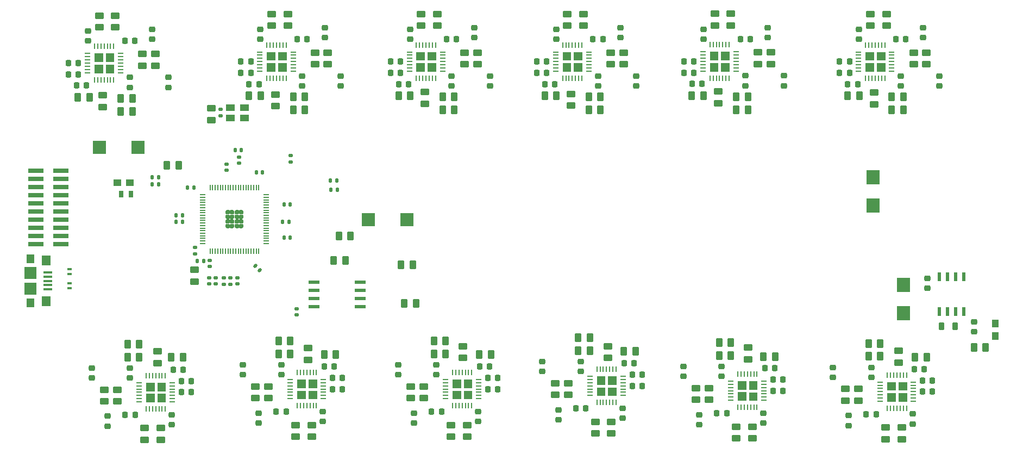
<source format=gtp>
G04 #@! TF.GenerationSoftware,KiCad,Pcbnew,9.0.1*
G04 #@! TF.CreationDate,2025-05-20T14:35:32+01:00*
G04 #@! TF.ProjectId,DST,4453542e-6b69-4636-9164-5f7063625858,rev?*
G04 #@! TF.SameCoordinates,Original*
G04 #@! TF.FileFunction,Paste,Top*
G04 #@! TF.FilePolarity,Positive*
%FSLAX46Y46*%
G04 Gerber Fmt 4.6, Leading zero omitted, Abs format (unit mm)*
G04 Created by KiCad (PCBNEW 9.0.1) date 2025-05-20 14:35:32*
%MOMM*%
%LPD*%
G01*
G04 APERTURE LIST*
G04 Aperture macros list*
%AMRoundRect*
0 Rectangle with rounded corners*
0 $1 Rounding radius*
0 $2 $3 $4 $5 $6 $7 $8 $9 X,Y pos of 4 corners*
0 Add a 4 corners polygon primitive as box body*
4,1,4,$2,$3,$4,$5,$6,$7,$8,$9,$2,$3,0*
0 Add four circle primitives for the rounded corners*
1,1,$1+$1,$2,$3*
1,1,$1+$1,$4,$5*
1,1,$1+$1,$6,$7*
1,1,$1+$1,$8,$9*
0 Add four rect primitives between the rounded corners*
20,1,$1+$1,$2,$3,$4,$5,0*
20,1,$1+$1,$4,$5,$6,$7,0*
20,1,$1+$1,$6,$7,$8,$9,0*
20,1,$1+$1,$8,$9,$2,$3,0*%
%AMFreePoly0*
4,1,19,0.252748,0.308718,0.308718,0.252748,0.329204,0.176292,0.329204,-0.176292,0.308718,-0.252748,0.252748,-0.308718,0.176292,-0.329204,-0.176292,-0.329204,-0.252748,-0.308718,-0.308718,-0.252748,-0.329204,-0.176292,-0.329204,0.049616,-0.308718,0.126072,-0.284417,0.157741,-0.157741,0.284417,-0.089193,0.323994,-0.049616,0.329204,0.176292,0.329204,0.252748,0.308718,0.252748,0.308718,
$1*%
%AMFreePoly1*
4,1,19,0.252748,0.308718,0.308718,0.252748,0.329204,0.176292,0.329204,-0.176292,0.308718,-0.252748,0.252748,-0.308718,0.176292,-0.329204,-0.049616,-0.329204,-0.126072,-0.308718,-0.157741,-0.284417,-0.284417,-0.157741,-0.323994,-0.089193,-0.329204,-0.049616,-0.329204,0.176292,-0.308718,0.252748,-0.252748,0.308718,-0.176292,0.329204,0.176292,0.329204,0.252748,0.308718,0.252748,0.308718,
$1*%
%AMFreePoly2*
4,1,19,0.126072,0.308718,0.157741,0.284417,0.284417,0.157741,0.323994,0.089193,0.329204,0.049616,0.329204,-0.176292,0.308718,-0.252748,0.252748,-0.308718,0.176292,-0.329204,-0.176292,-0.329204,-0.252748,-0.308718,-0.308718,-0.252748,-0.329204,-0.176292,-0.329204,0.176292,-0.308718,0.252748,-0.252748,0.308718,-0.176292,0.329204,0.049616,0.329204,0.126072,0.308718,0.126072,0.308718,
$1*%
%AMFreePoly3*
4,1,19,0.252748,0.308718,0.308718,0.252748,0.329204,0.176292,0.329204,-0.049616,0.308718,-0.126072,0.284417,-0.157741,0.157741,-0.284417,0.089193,-0.323994,0.049616,-0.329204,-0.176292,-0.329204,-0.252748,-0.308718,-0.308718,-0.252748,-0.329204,-0.176292,-0.329204,0.176292,-0.308718,0.252748,-0.252748,0.308718,-0.176292,0.329204,0.176292,0.329204,0.252748,0.308718,0.252748,0.308718,
$1*%
G04 Aperture macros list end*
%ADD10C,0.010000*%
%ADD11RoundRect,0.225000X-0.250000X0.225000X-0.250000X-0.225000X0.250000X-0.225000X0.250000X0.225000X0*%
%ADD12RoundRect,0.250000X0.450000X-0.262500X0.450000X0.262500X-0.450000X0.262500X-0.450000X-0.262500X0*%
%ADD13RoundRect,0.250000X-0.450000X0.262500X-0.450000X-0.262500X0.450000X-0.262500X0.450000X0.262500X0*%
%ADD14RoundRect,0.250000X0.262500X0.450000X-0.262500X0.450000X-0.262500X-0.450000X0.262500X-0.450000X0*%
%ADD15RoundRect,0.140000X0.140000X0.170000X-0.140000X0.170000X-0.140000X-0.170000X0.140000X-0.170000X0*%
%ADD16R,0.900000X0.254000*%
%ADD17R,0.254000X0.900000*%
%ADD18RoundRect,0.135000X-0.185000X0.135000X-0.185000X-0.135000X0.185000X-0.135000X0.185000X0.135000X0*%
%ADD19RoundRect,0.225000X0.225000X0.250000X-0.225000X0.250000X-0.225000X-0.250000X0.225000X-0.250000X0*%
%ADD20RoundRect,0.225000X0.250000X-0.225000X0.250000X0.225000X-0.250000X0.225000X-0.250000X-0.225000X0*%
%ADD21R,2.150000X2.200000*%
%ADD22RoundRect,0.225000X-0.225000X-0.250000X0.225000X-0.250000X0.225000X0.250000X-0.225000X0.250000X0*%
%ADD23FreePoly0,180.000000*%
%ADD24FreePoly1,180.000000*%
%ADD25FreePoly2,180.000000*%
%ADD26FreePoly3,180.000000*%
%ADD27RoundRect,0.050000X0.350000X0.050000X-0.350000X0.050000X-0.350000X-0.050000X0.350000X-0.050000X0*%
%ADD28RoundRect,0.050000X0.050000X0.350000X-0.050000X0.350000X-0.050000X-0.350000X0.050000X-0.350000X0*%
%ADD29RoundRect,0.140000X-0.170000X0.140000X-0.170000X-0.140000X0.170000X-0.140000X0.170000X0.140000X0*%
%ADD30RoundRect,0.250000X-0.262500X-0.450000X0.262500X-0.450000X0.262500X0.450000X-0.262500X0.450000X0*%
%ADD31RoundRect,0.140000X0.170000X-0.140000X0.170000X0.140000X-0.170000X0.140000X-0.170000X-0.140000X0*%
%ADD32RoundRect,0.218750X-0.218750X-0.381250X0.218750X-0.381250X0.218750X0.381250X-0.218750X0.381250X0*%
%ADD33RoundRect,0.140000X-0.140000X-0.170000X0.140000X-0.170000X0.140000X0.170000X-0.140000X0.170000X0*%
%ADD34R,1.200000X1.050000*%
%ADD35RoundRect,0.135000X-0.135000X-0.185000X0.135000X-0.185000X0.135000X0.185000X-0.135000X0.185000X0*%
%ADD36RoundRect,0.072500X0.732500X0.217500X-0.732500X0.217500X-0.732500X-0.217500X0.732500X-0.217500X0*%
%ADD37RoundRect,0.135000X0.135000X0.185000X-0.135000X0.185000X-0.135000X-0.185000X0.135000X-0.185000X0*%
%ADD38R,2.000000X2.000000*%
%ADD39R,1.400000X1.100000*%
%ADD40R,0.700000X0.400000*%
%ADD41R,1.050000X1.200000*%
%ADD42RoundRect,0.140000X0.219203X0.021213X0.021213X0.219203X-0.219203X-0.021213X-0.021213X-0.219203X0*%
%ADD43RoundRect,0.147500X0.172500X-0.147500X0.172500X0.147500X-0.172500X0.147500X-0.172500X-0.147500X0*%
%ADD44R,2.400000X0.760000*%
%ADD45R,1.350000X0.400000*%
%ADD46R,1.400000X1.600000*%
%ADD47R,1.300000X1.450000*%
%ADD48R,1.900000X1.900000*%
%ADD49R,0.800000X1.000000*%
%ADD50R,0.600000X1.400000*%
%ADD51RoundRect,0.135000X0.185000X-0.135000X0.185000X0.135000X-0.185000X0.135000X-0.185000X-0.135000X0*%
G04 APERTURE END LIST*
D10*
G04 #@! TO.C,U10*
X227115000Y-66252620D02*
X225862380Y-66252620D01*
X225862380Y-65000000D01*
X227115000Y-65000000D01*
X227115000Y-66252620D01*
G36*
X227115000Y-66252620D02*
G01*
X225862380Y-66252620D01*
X225862380Y-65000000D01*
X227115000Y-65000000D01*
X227115000Y-66252620D01*
G37*
X227115000Y-64499577D02*
X225862460Y-64499577D01*
X225862460Y-63250000D01*
X227115000Y-63250000D01*
X227115000Y-64499577D01*
G36*
X227115000Y-64499577D02*
G01*
X225862460Y-64499577D01*
X225862460Y-63250000D01*
X227115000Y-63250000D01*
X227115000Y-64499577D01*
G37*
X228865000Y-66250400D02*
X227615067Y-66250400D01*
X227615067Y-65000000D01*
X228865000Y-65000000D01*
X228865000Y-66250400D01*
G36*
X228865000Y-66250400D02*
G01*
X227615067Y-66250400D01*
X227615067Y-65000000D01*
X228865000Y-65000000D01*
X228865000Y-66250400D01*
G37*
X228865000Y-64499822D02*
X227615178Y-64499822D01*
X227615178Y-63250000D01*
X228865000Y-63250000D01*
X228865000Y-64499822D01*
G36*
X228865000Y-64499822D02*
G01*
X227615178Y-64499822D01*
X227615178Y-63250000D01*
X228865000Y-63250000D01*
X228865000Y-64499822D01*
G37*
G04 #@! TO.C,U13*
X157115000Y-66252620D02*
X155862380Y-66252620D01*
X155862380Y-65000000D01*
X157115000Y-65000000D01*
X157115000Y-66252620D01*
G36*
X157115000Y-66252620D02*
G01*
X155862380Y-66252620D01*
X155862380Y-65000000D01*
X157115000Y-65000000D01*
X157115000Y-66252620D01*
G37*
X157115000Y-64499577D02*
X155862460Y-64499577D01*
X155862460Y-63250000D01*
X157115000Y-63250000D01*
X157115000Y-64499577D01*
G36*
X157115000Y-64499577D02*
G01*
X155862460Y-64499577D01*
X155862460Y-63250000D01*
X157115000Y-63250000D01*
X157115000Y-64499577D01*
G37*
X158865000Y-66250400D02*
X157615067Y-66250400D01*
X157615067Y-65000000D01*
X158865000Y-65000000D01*
X158865000Y-66250400D01*
G36*
X158865000Y-66250400D02*
G01*
X157615067Y-66250400D01*
X157615067Y-65000000D01*
X158865000Y-65000000D01*
X158865000Y-66250400D01*
G37*
X158865000Y-64499822D02*
X157615178Y-64499822D01*
X157615178Y-63250000D01*
X158865000Y-63250000D01*
X158865000Y-64499822D01*
G36*
X158865000Y-64499822D02*
G01*
X157615178Y-64499822D01*
X157615178Y-63250000D01*
X158865000Y-63250000D01*
X158865000Y-64499822D01*
G37*
G04 #@! TO.C,U12*
X179910000Y-66252620D02*
X178657380Y-66252620D01*
X178657380Y-65000000D01*
X179910000Y-65000000D01*
X179910000Y-66252620D01*
G36*
X179910000Y-66252620D02*
G01*
X178657380Y-66252620D01*
X178657380Y-65000000D01*
X179910000Y-65000000D01*
X179910000Y-66252620D01*
G37*
X179910000Y-64499577D02*
X178657460Y-64499577D01*
X178657460Y-63250000D01*
X179910000Y-63250000D01*
X179910000Y-64499577D01*
G36*
X179910000Y-64499577D02*
G01*
X178657460Y-64499577D01*
X178657460Y-63250000D01*
X179910000Y-63250000D01*
X179910000Y-64499577D01*
G37*
X181660000Y-66250400D02*
X180410067Y-66250400D01*
X180410067Y-65000000D01*
X181660000Y-65000000D01*
X181660000Y-66250400D01*
G36*
X181660000Y-66250400D02*
G01*
X180410067Y-66250400D01*
X180410067Y-65000000D01*
X181660000Y-65000000D01*
X181660000Y-66250400D01*
G37*
X181660000Y-64499822D02*
X180410178Y-64499822D01*
X180410178Y-63250000D01*
X181660000Y-63250000D01*
X181660000Y-64499822D01*
G36*
X181660000Y-64499822D02*
G01*
X180410178Y-64499822D01*
X180410178Y-63250000D01*
X181660000Y-63250000D01*
X181660000Y-64499822D01*
G37*
G04 #@! TO.C,U9*
X230499822Y-117651000D02*
X229250000Y-117651000D01*
X229250000Y-116401178D01*
X230499822Y-116401178D01*
X230499822Y-117651000D01*
G36*
X230499822Y-117651000D02*
G01*
X229250000Y-117651000D01*
X229250000Y-116401178D01*
X230499822Y-116401178D01*
X230499822Y-117651000D01*
G37*
X230499933Y-115901000D02*
X229250000Y-115901000D01*
X229250000Y-114650600D01*
X230499933Y-114650600D01*
X230499933Y-115901000D01*
G36*
X230499933Y-115901000D02*
G01*
X229250000Y-115901000D01*
X229250000Y-114650600D01*
X230499933Y-114650600D01*
X230499933Y-115901000D01*
G37*
X232252540Y-117651000D02*
X231000000Y-117651000D01*
X231000000Y-116401423D01*
X232252540Y-116401423D01*
X232252540Y-117651000D01*
G36*
X232252540Y-117651000D02*
G01*
X231000000Y-117651000D01*
X231000000Y-116401423D01*
X232252540Y-116401423D01*
X232252540Y-117651000D01*
G37*
X232252620Y-115901000D02*
X231000000Y-115901000D01*
X231000000Y-114648380D01*
X232252620Y-114648380D01*
X232252620Y-115901000D01*
G36*
X232252620Y-115901000D02*
G01*
X231000000Y-115901000D01*
X231000000Y-114648380D01*
X232252620Y-114648380D01*
X232252620Y-115901000D01*
G37*
G04 #@! TO.C,U14*
X133820000Y-66252620D02*
X132567380Y-66252620D01*
X132567380Y-65000000D01*
X133820000Y-65000000D01*
X133820000Y-66252620D01*
G36*
X133820000Y-66252620D02*
G01*
X132567380Y-66252620D01*
X132567380Y-65000000D01*
X133820000Y-65000000D01*
X133820000Y-66252620D01*
G37*
X133820000Y-64499577D02*
X132567460Y-64499577D01*
X132567460Y-63250000D01*
X133820000Y-63250000D01*
X133820000Y-64499577D01*
G36*
X133820000Y-64499577D02*
G01*
X132567460Y-64499577D01*
X132567460Y-63250000D01*
X133820000Y-63250000D01*
X133820000Y-64499577D01*
G37*
X135570000Y-66250400D02*
X134320067Y-66250400D01*
X134320067Y-65000000D01*
X135570000Y-65000000D01*
X135570000Y-66250400D01*
G36*
X135570000Y-66250400D02*
G01*
X134320067Y-66250400D01*
X134320067Y-65000000D01*
X135570000Y-65000000D01*
X135570000Y-66250400D01*
G37*
X135570000Y-64499822D02*
X134320178Y-64499822D01*
X134320178Y-63250000D01*
X135570000Y-63250000D01*
X135570000Y-64499822D01*
G36*
X135570000Y-64499822D02*
G01*
X134320178Y-64499822D01*
X134320178Y-63250000D01*
X135570000Y-63250000D01*
X135570000Y-64499822D01*
G37*
G04 #@! TO.C,U8*
X207204822Y-117500000D02*
X205955000Y-117500000D01*
X205955000Y-116250178D01*
X207204822Y-116250178D01*
X207204822Y-117500000D01*
G36*
X207204822Y-117500000D02*
G01*
X205955000Y-117500000D01*
X205955000Y-116250178D01*
X207204822Y-116250178D01*
X207204822Y-117500000D01*
G37*
X207204933Y-115750000D02*
X205955000Y-115750000D01*
X205955000Y-114499600D01*
X207204933Y-114499600D01*
X207204933Y-115750000D01*
G36*
X207204933Y-115750000D02*
G01*
X205955000Y-115750000D01*
X205955000Y-114499600D01*
X207204933Y-114499600D01*
X207204933Y-115750000D01*
G37*
X208957540Y-117500000D02*
X207705000Y-117500000D01*
X207705000Y-116250423D01*
X208957540Y-116250423D01*
X208957540Y-117500000D01*
G36*
X208957540Y-117500000D02*
G01*
X207705000Y-117500000D01*
X207705000Y-116250423D01*
X208957540Y-116250423D01*
X208957540Y-117500000D01*
G37*
X208957620Y-115750000D02*
X207705000Y-115750000D01*
X207705000Y-114497380D01*
X208957620Y-114497380D01*
X208957620Y-115750000D01*
G36*
X208957620Y-115750000D02*
G01*
X207705000Y-115750000D01*
X207705000Y-114497380D01*
X208957620Y-114497380D01*
X208957620Y-115750000D01*
G37*
G04 #@! TO.C,U5*
X138544822Y-117250000D02*
X137295000Y-117250000D01*
X137295000Y-116000178D01*
X138544822Y-116000178D01*
X138544822Y-117250000D01*
G36*
X138544822Y-117250000D02*
G01*
X137295000Y-117250000D01*
X137295000Y-116000178D01*
X138544822Y-116000178D01*
X138544822Y-117250000D01*
G37*
X138544933Y-115500000D02*
X137295000Y-115500000D01*
X137295000Y-114249600D01*
X138544933Y-114249600D01*
X138544933Y-115500000D01*
G36*
X138544933Y-115500000D02*
G01*
X137295000Y-115500000D01*
X137295000Y-114249600D01*
X138544933Y-114249600D01*
X138544933Y-115500000D01*
G37*
X140297540Y-117250000D02*
X139045000Y-117250000D01*
X139045000Y-116000423D01*
X140297540Y-116000423D01*
X140297540Y-117250000D01*
G36*
X140297540Y-117250000D02*
G01*
X139045000Y-117250000D01*
X139045000Y-116000423D01*
X140297540Y-116000423D01*
X140297540Y-117250000D01*
G37*
X140297620Y-115500000D02*
X139045000Y-115500000D01*
X139045000Y-114247380D01*
X140297620Y-114247380D01*
X140297620Y-115500000D01*
G36*
X140297620Y-115500000D02*
G01*
X139045000Y-115500000D01*
X139045000Y-114247380D01*
X140297620Y-114247380D01*
X140297620Y-115500000D01*
G37*
G04 #@! TO.C,U15*
X106950000Y-66492620D02*
X105697380Y-66492620D01*
X105697380Y-65240000D01*
X106950000Y-65240000D01*
X106950000Y-66492620D01*
G36*
X106950000Y-66492620D02*
G01*
X105697380Y-66492620D01*
X105697380Y-65240000D01*
X106950000Y-65240000D01*
X106950000Y-66492620D01*
G37*
X106950000Y-64739577D02*
X105697460Y-64739577D01*
X105697460Y-63490000D01*
X106950000Y-63490000D01*
X106950000Y-64739577D01*
G36*
X106950000Y-64739577D02*
G01*
X105697460Y-64739577D01*
X105697460Y-63490000D01*
X106950000Y-63490000D01*
X106950000Y-64739577D01*
G37*
X108700000Y-66490400D02*
X107450067Y-66490400D01*
X107450067Y-65240000D01*
X108700000Y-65240000D01*
X108700000Y-66490400D01*
G36*
X108700000Y-66490400D02*
G01*
X107450067Y-66490400D01*
X107450067Y-65240000D01*
X108700000Y-65240000D01*
X108700000Y-66490400D01*
G37*
X108700000Y-64739822D02*
X107450178Y-64739822D01*
X107450178Y-63490000D01*
X108700000Y-63490000D01*
X108700000Y-64739822D01*
G36*
X108700000Y-64739822D02*
G01*
X107450178Y-64739822D01*
X107450178Y-63490000D01*
X108700000Y-63490000D01*
X108700000Y-64739822D01*
G37*
G04 #@! TO.C,U7*
X185249822Y-116750000D02*
X184000000Y-116750000D01*
X184000000Y-115500178D01*
X185249822Y-115500178D01*
X185249822Y-116750000D01*
G36*
X185249822Y-116750000D02*
G01*
X184000000Y-116750000D01*
X184000000Y-115500178D01*
X185249822Y-115500178D01*
X185249822Y-116750000D01*
G37*
X185249933Y-115000000D02*
X184000000Y-115000000D01*
X184000000Y-113749600D01*
X185249933Y-113749600D01*
X185249933Y-115000000D01*
G36*
X185249933Y-115000000D02*
G01*
X184000000Y-115000000D01*
X184000000Y-113749600D01*
X185249933Y-113749600D01*
X185249933Y-115000000D01*
G37*
X187002540Y-116750000D02*
X185750000Y-116750000D01*
X185750000Y-115500423D01*
X187002540Y-115500423D01*
X187002540Y-116750000D01*
G36*
X187002540Y-116750000D02*
G01*
X185750000Y-116750000D01*
X185750000Y-115500423D01*
X187002540Y-115500423D01*
X187002540Y-116750000D01*
G37*
X187002620Y-115000000D02*
X185750000Y-115000000D01*
X185750000Y-113747380D01*
X187002620Y-113747380D01*
X187002620Y-115000000D01*
G36*
X187002620Y-115000000D02*
G01*
X185750000Y-115000000D01*
X185750000Y-113747380D01*
X187002620Y-113747380D01*
X187002620Y-115000000D01*
G37*
G04 #@! TO.C,U4*
X114999822Y-117750000D02*
X113750000Y-117750000D01*
X113750000Y-116500178D01*
X114999822Y-116500178D01*
X114999822Y-117750000D01*
G36*
X114999822Y-117750000D02*
G01*
X113750000Y-117750000D01*
X113750000Y-116500178D01*
X114999822Y-116500178D01*
X114999822Y-117750000D01*
G37*
X114999933Y-116000000D02*
X113750000Y-116000000D01*
X113750000Y-114749600D01*
X114999933Y-114749600D01*
X114999933Y-116000000D01*
G36*
X114999933Y-116000000D02*
G01*
X113750000Y-116000000D01*
X113750000Y-114749600D01*
X114999933Y-114749600D01*
X114999933Y-116000000D01*
G37*
X116752540Y-117750000D02*
X115500000Y-117750000D01*
X115500000Y-116500423D01*
X116752540Y-116500423D01*
X116752540Y-117750000D01*
G36*
X116752540Y-117750000D02*
G01*
X115500000Y-117750000D01*
X115500000Y-116500423D01*
X116752540Y-116500423D01*
X116752540Y-117750000D01*
G37*
X116752620Y-116000000D02*
X115500000Y-116000000D01*
X115500000Y-114747380D01*
X116752620Y-114747380D01*
X116752620Y-116000000D01*
G36*
X116752620Y-116000000D02*
G01*
X115500000Y-116000000D01*
X115500000Y-114747380D01*
X116752620Y-114747380D01*
X116752620Y-116000000D01*
G37*
G04 #@! TO.C,U11*
X202865000Y-66227620D02*
X201612380Y-66227620D01*
X201612380Y-64975000D01*
X202865000Y-64975000D01*
X202865000Y-66227620D01*
G36*
X202865000Y-66227620D02*
G01*
X201612380Y-66227620D01*
X201612380Y-64975000D01*
X202865000Y-64975000D01*
X202865000Y-66227620D01*
G37*
X202865000Y-64474577D02*
X201612460Y-64474577D01*
X201612460Y-63225000D01*
X202865000Y-63225000D01*
X202865000Y-64474577D01*
G36*
X202865000Y-64474577D02*
G01*
X201612460Y-64474577D01*
X201612460Y-63225000D01*
X202865000Y-63225000D01*
X202865000Y-64474577D01*
G37*
X204615000Y-66225400D02*
X203365067Y-66225400D01*
X203365067Y-64975000D01*
X204615000Y-64975000D01*
X204615000Y-66225400D01*
G36*
X204615000Y-66225400D02*
G01*
X203365067Y-66225400D01*
X203365067Y-64975000D01*
X204615000Y-64975000D01*
X204615000Y-66225400D01*
G37*
X204615000Y-64474822D02*
X203365178Y-64474822D01*
X203365178Y-63225000D01*
X204615000Y-63225000D01*
X204615000Y-64474822D01*
G36*
X204615000Y-64474822D02*
G01*
X203365178Y-64474822D01*
X203365178Y-63225000D01*
X204615000Y-63225000D01*
X204615000Y-64474822D01*
G37*
G04 #@! TO.C,U6*
X162749822Y-117250000D02*
X161500000Y-117250000D01*
X161500000Y-116000178D01*
X162749822Y-116000178D01*
X162749822Y-117250000D01*
G36*
X162749822Y-117250000D02*
G01*
X161500000Y-117250000D01*
X161500000Y-116000178D01*
X162749822Y-116000178D01*
X162749822Y-117250000D01*
G37*
X162749933Y-115500000D02*
X161500000Y-115500000D01*
X161500000Y-114249600D01*
X162749933Y-114249600D01*
X162749933Y-115500000D01*
G36*
X162749933Y-115500000D02*
G01*
X161500000Y-115500000D01*
X161500000Y-114249600D01*
X162749933Y-114249600D01*
X162749933Y-115500000D01*
G37*
X164502540Y-117250000D02*
X163250000Y-117250000D01*
X163250000Y-116000423D01*
X164502540Y-116000423D01*
X164502540Y-117250000D01*
G36*
X164502540Y-117250000D02*
G01*
X163250000Y-117250000D01*
X163250000Y-116000423D01*
X164502540Y-116000423D01*
X164502540Y-117250000D01*
G37*
X164502620Y-115500000D02*
X163250000Y-115500000D01*
X163250000Y-114247380D01*
X164502620Y-114247380D01*
X164502620Y-115500000D01*
G36*
X164502620Y-115500000D02*
G01*
X163250000Y-115500000D01*
X163250000Y-114247380D01*
X164502620Y-114247380D01*
X164502620Y-115500000D01*
G37*
G04 #@! TD*
D11*
G04 #@! TO.C,C67*
X210615000Y-59450000D03*
X210615000Y-61000000D03*
G04 #@! TD*
D12*
G04 #@! TO.C,R54*
X227200000Y-71412500D03*
X227200000Y-69587500D03*
G04 #@! TD*
D13*
G04 #@! TO.C,R112*
X115200000Y-63577500D03*
X115200000Y-65402500D03*
G04 #@! TD*
G04 #@! TO.C,R55*
X226615000Y-57337500D03*
X226615000Y-59162500D03*
G04 #@! TD*
G04 #@! TO.C,R96*
X165365000Y-63337500D03*
X165365000Y-65162500D03*
G04 #@! TD*
D14*
G04 #@! TO.C,R58*
X111612500Y-72490000D03*
X109787500Y-72490000D03*
G04 #@! TD*
D15*
G04 #@! TO.C,C107*
X131880000Y-82000000D03*
X130920000Y-82000000D03*
G04 #@! TD*
D14*
G04 #@! TO.C,R86*
X190000000Y-109900000D03*
X188175000Y-109900000D03*
G04 #@! TD*
D11*
G04 #@! TO.C,C6*
X117750000Y-119725000D03*
X117750000Y-121275000D03*
G04 #@! TD*
D16*
G04 #@! TO.C,U10*
X224775000Y-63250000D03*
X224775000Y-63750000D03*
X224775000Y-64250000D03*
X224775000Y-64750000D03*
X224775000Y-65250000D03*
X224775000Y-65750000D03*
X224775000Y-66250000D03*
D17*
X225865000Y-67340000D03*
X226365000Y-67340000D03*
X226865000Y-67340000D03*
X227365000Y-67340000D03*
X227865000Y-67340000D03*
X228365000Y-67340000D03*
X228865000Y-67340000D03*
D16*
X229955000Y-66250000D03*
X229955000Y-65750000D03*
X229955000Y-65250000D03*
X229955000Y-64750000D03*
X229955000Y-64250000D03*
X229955000Y-63750000D03*
X229955000Y-63250000D03*
D17*
X228865000Y-62160000D03*
X228365000Y-62160000D03*
X227865000Y-62160000D03*
X227365000Y-62160000D03*
X226865000Y-62160000D03*
X226365000Y-62160000D03*
X225865000Y-62160000D03*
G04 #@! TD*
D18*
G04 #@! TO.C,R67*
X126900000Y-98390000D03*
X126900000Y-99410000D03*
G04 #@! TD*
D19*
G04 #@! TO.C,C79*
X154640000Y-68250000D03*
X153090000Y-68250000D03*
G04 #@! TD*
D12*
G04 #@! TO.C,R52*
X222750000Y-117563500D03*
X222750000Y-115738500D03*
G04 #@! TD*
D13*
G04 #@! TO.C,R10*
X109250000Y-115837500D03*
X109250000Y-117662500D03*
G04 #@! TD*
D20*
G04 #@! TO.C,C26*
X153000000Y-113525000D03*
X153000000Y-111975000D03*
G04 #@! TD*
D19*
G04 #@! TO.C,C17*
X135570000Y-119250000D03*
X134020000Y-119250000D03*
G04 #@! TD*
D20*
G04 #@! TO.C,C11*
X105250000Y-114025000D03*
X105250000Y-112475000D03*
G04 #@! TD*
D16*
G04 #@! TO.C,U13*
X154775000Y-63250000D03*
X154775000Y-63750000D03*
X154775000Y-64250000D03*
X154775000Y-64750000D03*
X154775000Y-65250000D03*
X154775000Y-65750000D03*
X154775000Y-66250000D03*
D17*
X155865000Y-67340000D03*
X156365000Y-67340000D03*
X156865000Y-67340000D03*
X157365000Y-67340000D03*
X157865000Y-67340000D03*
X158365000Y-67340000D03*
X158865000Y-67340000D03*
D16*
X159955000Y-66250000D03*
X159955000Y-65750000D03*
X159955000Y-65250000D03*
X159955000Y-64750000D03*
X159955000Y-64250000D03*
X159955000Y-63750000D03*
X159955000Y-63250000D03*
D17*
X158865000Y-62160000D03*
X158365000Y-62160000D03*
X157865000Y-62160000D03*
X157365000Y-62160000D03*
X156865000Y-62160000D03*
X156365000Y-62160000D03*
X155865000Y-62160000D03*
G04 #@! TD*
D21*
G04 #@! TO.C,D1*
X231750000Y-103950000D03*
X231750000Y-99550000D03*
G04 #@! TD*
D20*
G04 #@! TO.C,C19*
X131295000Y-121025000D03*
X131295000Y-119475000D03*
G04 #@! TD*
D11*
G04 #@! TO.C,C98*
X117200000Y-67215000D03*
X117200000Y-68765000D03*
G04 #@! TD*
D22*
G04 #@! TO.C,C73*
X183385000Y-61250000D03*
X184935000Y-61250000D03*
G04 #@! TD*
D23*
G04 #@! TO.C,U1*
X128600000Y-90375000D03*
D24*
X128600000Y-89650000D03*
D23*
X128600000Y-88925000D03*
D24*
X128600000Y-88200000D03*
D25*
X127875000Y-90375000D03*
D26*
X127875000Y-89650000D03*
D25*
X127875000Y-88925000D03*
D26*
X127875000Y-88200000D03*
D23*
X127150000Y-90375000D03*
D24*
X127150000Y-89650000D03*
D23*
X127150000Y-88925000D03*
D24*
X127150000Y-88200000D03*
D25*
X126425000Y-90375000D03*
D26*
X126425000Y-89650000D03*
D25*
X126425000Y-88925000D03*
D26*
X126425000Y-88200000D03*
D27*
X132462500Y-93087500D03*
X132462500Y-92687500D03*
X132462500Y-92287500D03*
X132462500Y-91887500D03*
X132462500Y-91487500D03*
X132462500Y-91087500D03*
X132462500Y-90687500D03*
X132462500Y-90287500D03*
X132462500Y-89887500D03*
X132462500Y-89487500D03*
X132462500Y-89087500D03*
X132462500Y-88687500D03*
X132462500Y-88287500D03*
X132462500Y-87887500D03*
X132462500Y-87487500D03*
X132462500Y-87087500D03*
X132462500Y-86687500D03*
X132462500Y-86287500D03*
X132462500Y-85887500D03*
X132462500Y-85487500D03*
D28*
X131312500Y-84337500D03*
X130912500Y-84337500D03*
X130512500Y-84337500D03*
X130112500Y-84337500D03*
X129712500Y-84337500D03*
X129312500Y-84337500D03*
X128912500Y-84337500D03*
X128512500Y-84337500D03*
X128112500Y-84337500D03*
X127712500Y-84337500D03*
X127312500Y-84337500D03*
X126912500Y-84337500D03*
X126512500Y-84337500D03*
X126112500Y-84337500D03*
X125712500Y-84337500D03*
X125312500Y-84337500D03*
X124912500Y-84337500D03*
X124512500Y-84337500D03*
X124112500Y-84337500D03*
X123712500Y-84337500D03*
D27*
X122562500Y-85487500D03*
X122562500Y-85887500D03*
X122562500Y-86287500D03*
X122562500Y-86687500D03*
X122562500Y-87087500D03*
X122562500Y-87487500D03*
X122562500Y-87887500D03*
X122562500Y-88287500D03*
X122562500Y-88687500D03*
X122562500Y-89087500D03*
X122562500Y-89487500D03*
X122562500Y-89887500D03*
X122562500Y-90287500D03*
X122562500Y-90687500D03*
X122562500Y-91087500D03*
X122562500Y-91487500D03*
X122562500Y-91887500D03*
X122562500Y-92287500D03*
X122562500Y-92687500D03*
X122562500Y-93087500D03*
D28*
X123712500Y-94237500D03*
X124112500Y-94237500D03*
X124512500Y-94237500D03*
X124912500Y-94237500D03*
X125312500Y-94237500D03*
X125712500Y-94237500D03*
X126112500Y-94237500D03*
X126512500Y-94237500D03*
X126912500Y-94237500D03*
X127312500Y-94237500D03*
X127712500Y-94237500D03*
X128112500Y-94237500D03*
X128512500Y-94237500D03*
X128912500Y-94237500D03*
X129312500Y-94237500D03*
X129712500Y-94237500D03*
X130112500Y-94237500D03*
X130512500Y-94237500D03*
X130912500Y-94237500D03*
X131312500Y-94237500D03*
G04 #@! TD*
D16*
G04 #@! TO.C,U12*
X177570000Y-63250000D03*
X177570000Y-63750000D03*
X177570000Y-64250000D03*
X177570000Y-64750000D03*
X177570000Y-65250000D03*
X177570000Y-65750000D03*
X177570000Y-66250000D03*
D17*
X178660000Y-67340000D03*
X179160000Y-67340000D03*
X179660000Y-67340000D03*
X180160000Y-67340000D03*
X180660000Y-67340000D03*
X181160000Y-67340000D03*
X181660000Y-67340000D03*
D16*
X182750000Y-66250000D03*
X182750000Y-65750000D03*
X182750000Y-65250000D03*
X182750000Y-64750000D03*
X182750000Y-64250000D03*
X182750000Y-63750000D03*
X182750000Y-63250000D03*
D17*
X181660000Y-62160000D03*
X181160000Y-62160000D03*
X180660000Y-62160000D03*
X180160000Y-62160000D03*
X179660000Y-62160000D03*
X179160000Y-62160000D03*
X178660000Y-62160000D03*
G04 #@! TD*
D29*
G04 #@! TO.C,C3*
X137200000Y-103240000D03*
X137200000Y-104200000D03*
G04 #@! TD*
D12*
G04 #@! TO.C,R25*
X161250000Y-123162500D03*
X161250000Y-121337500D03*
G04 #@! TD*
D14*
G04 #@! TO.C,R92*
X211800000Y-110700000D03*
X209975000Y-110700000D03*
G04 #@! TD*
G04 #@! TO.C,R40*
X231777500Y-72250000D03*
X229952500Y-72250000D03*
G04 #@! TD*
G04 #@! TO.C,R42*
X207527500Y-72225000D03*
X205702500Y-72225000D03*
G04 #@! TD*
G04 #@! TO.C,R56*
X138482500Y-72250000D03*
X136657500Y-72250000D03*
G04 #@! TD*
D19*
G04 #@! TO.C,C76*
X153365000Y-66500000D03*
X151815000Y-66500000D03*
G04 #@! TD*
D30*
G04 #@! TO.C,R102*
X198787500Y-70100000D03*
X200612500Y-70100000D03*
G04 #@! TD*
G04 #@! TO.C,R114*
X129787500Y-70100000D03*
X131612500Y-70100000D03*
G04 #@! TD*
D22*
G04 #@! TO.C,C44*
X234750000Y-114401000D03*
X236300000Y-114401000D03*
G04 #@! TD*
D13*
G04 #@! TO.C,R29*
X157000000Y-115337500D03*
X157000000Y-117162500D03*
G04 #@! TD*
D12*
G04 #@! TO.C,R11*
X107250000Y-117662500D03*
X107250000Y-115837500D03*
G04 #@! TD*
D11*
G04 #@! TO.C,C66*
X213115000Y-66950000D03*
X213115000Y-68500000D03*
G04 #@! TD*
D12*
G04 #@! TO.C,R20*
X130795000Y-117162500D03*
X130795000Y-115337500D03*
G04 #@! TD*
D31*
G04 #@! TO.C,C101*
X128000000Y-99380000D03*
X128000000Y-98420000D03*
G04 #@! TD*
D16*
G04 #@! TO.C,U9*
X233340000Y-117651000D03*
X233340000Y-117151000D03*
X233340000Y-116651000D03*
X233340000Y-116151000D03*
X233340000Y-115651000D03*
X233340000Y-115151000D03*
X233340000Y-114651000D03*
D17*
X232250000Y-113561000D03*
X231750000Y-113561000D03*
X231250000Y-113561000D03*
X230750000Y-113561000D03*
X230250000Y-113561000D03*
X229750000Y-113561000D03*
X229250000Y-113561000D03*
D16*
X228160000Y-114651000D03*
X228160000Y-115151000D03*
X228160000Y-115651000D03*
X228160000Y-116151000D03*
X228160000Y-116651000D03*
X228160000Y-117151000D03*
X228160000Y-117651000D03*
D17*
X229250000Y-118741000D03*
X229750000Y-118741000D03*
X230250000Y-118741000D03*
X230750000Y-118741000D03*
X231250000Y-118741000D03*
X231750000Y-118741000D03*
X232250000Y-118741000D03*
G04 #@! TD*
D11*
G04 #@! TO.C,C59*
X234865000Y-59475000D03*
X234865000Y-61025000D03*
G04 #@! TD*
D32*
G04 #@! TO.C,L2*
X237687500Y-106000000D03*
X239812500Y-106000000D03*
G04 #@! TD*
D29*
G04 #@! TO.C,C111*
X126300000Y-80740000D03*
X126300000Y-81700000D03*
G04 #@! TD*
D16*
G04 #@! TO.C,U14*
X131480000Y-63250000D03*
X131480000Y-63750000D03*
X131480000Y-64250000D03*
X131480000Y-64750000D03*
X131480000Y-65250000D03*
X131480000Y-65750000D03*
X131480000Y-66250000D03*
D17*
X132570000Y-67340000D03*
X133070000Y-67340000D03*
X133570000Y-67340000D03*
X134070000Y-67340000D03*
X134570000Y-67340000D03*
X135070000Y-67340000D03*
X135570000Y-67340000D03*
D16*
X136660000Y-66250000D03*
X136660000Y-65750000D03*
X136660000Y-65250000D03*
X136660000Y-64750000D03*
X136660000Y-64250000D03*
X136660000Y-63750000D03*
X136660000Y-63250000D03*
D17*
X135570000Y-62160000D03*
X135070000Y-62160000D03*
X134570000Y-62160000D03*
X134070000Y-62160000D03*
X133570000Y-62160000D03*
X133070000Y-62160000D03*
X132570000Y-62160000D03*
G04 #@! TD*
D33*
G04 #@! TO.C,C109*
X118440000Y-89700000D03*
X119400000Y-89700000D03*
G04 #@! TD*
D34*
G04 #@! TO.C,LED1*
X111200000Y-83600000D03*
X109300000Y-83600000D03*
G04 #@! TD*
D16*
G04 #@! TO.C,U8*
X210045000Y-117500000D03*
X210045000Y-117000000D03*
X210045000Y-116500000D03*
X210045000Y-116000000D03*
X210045000Y-115500000D03*
X210045000Y-115000000D03*
X210045000Y-114500000D03*
D17*
X208955000Y-113410000D03*
X208455000Y-113410000D03*
X207955000Y-113410000D03*
X207455000Y-113410000D03*
X206955000Y-113410000D03*
X206455000Y-113410000D03*
X205955000Y-113410000D03*
D16*
X204865000Y-114500000D03*
X204865000Y-115000000D03*
X204865000Y-115500000D03*
X204865000Y-116000000D03*
X204865000Y-116500000D03*
X204865000Y-117000000D03*
X204865000Y-117500000D03*
D17*
X205955000Y-118590000D03*
X206455000Y-118590000D03*
X206955000Y-118590000D03*
X207455000Y-118590000D03*
X207955000Y-118590000D03*
X208455000Y-118590000D03*
X208955000Y-118590000D03*
G04 #@! TD*
D19*
G04 #@! TO.C,C55*
X224640000Y-68250000D03*
X223090000Y-68250000D03*
G04 #@! TD*
D13*
G04 #@! TO.C,R22*
X163100000Y-109087500D03*
X163100000Y-110912500D03*
G04 #@! TD*
G04 #@! TO.C,R37*
X179500000Y-114837500D03*
X179500000Y-116662500D03*
G04 #@! TD*
D35*
G04 #@! TO.C,R73*
X142500000Y-84700000D03*
X143520000Y-84700000D03*
G04 #@! TD*
D11*
G04 #@! TO.C,C88*
X138070000Y-66975000D03*
X138070000Y-68525000D03*
G04 #@! TD*
D14*
G04 #@! TO.C,R51*
X228162500Y-110651000D03*
X226337500Y-110651000D03*
G04 #@! TD*
D36*
G04 #@! TO.C,U3*
X147105000Y-102905000D03*
X147105000Y-101635000D03*
X147105000Y-100365000D03*
X147105000Y-99095000D03*
X139895000Y-99095000D03*
X139895000Y-100365000D03*
X139895000Y-101635000D03*
X139895000Y-102905000D03*
G04 #@! TD*
D14*
G04 #@! TO.C,R76*
X155812500Y-102400000D03*
X153987500Y-102400000D03*
G04 #@! TD*
D11*
G04 #@! TO.C,C75*
X187660000Y-59475000D03*
X187660000Y-61025000D03*
G04 #@! TD*
D12*
G04 #@! TO.C,R98*
X133900000Y-71712500D03*
X133900000Y-69887500D03*
G04 #@! TD*
D20*
G04 #@! TO.C,C10*
X111250000Y-114025000D03*
X111250000Y-112475000D03*
G04 #@! TD*
D14*
G04 #@! TO.C,R27*
X160412500Y-110250000D03*
X158587500Y-110250000D03*
G04 #@! TD*
D22*
G04 #@! TO.C,C89*
X137295000Y-61250000D03*
X138845000Y-61250000D03*
G04 #@! TD*
G04 #@! TO.C,C93*
X101650000Y-64990000D03*
X103200000Y-64990000D03*
G04 #@! TD*
G04 #@! TO.C,C97*
X110425000Y-61490000D03*
X111975000Y-61490000D03*
G04 #@! TD*
D37*
G04 #@! TO.C,R80*
X115710000Y-82800000D03*
X114690000Y-82800000D03*
G04 #@! TD*
D19*
G04 #@! TO.C,C25*
X159775000Y-119250000D03*
X158225000Y-119250000D03*
G04 #@! TD*
D20*
G04 #@! TO.C,C35*
X178000000Y-120525000D03*
X178000000Y-118975000D03*
G04 #@! TD*
D19*
G04 #@! TO.C,C63*
X200390000Y-68225000D03*
X198840000Y-68225000D03*
G04 #@! TD*
D22*
G04 #@! TO.C,C12*
X142795000Y-114000000D03*
X144345000Y-114000000D03*
G04 #@! TD*
D20*
G04 #@! TO.C,C34*
X175500000Y-113025000D03*
X175500000Y-111475000D03*
G04 #@! TD*
D30*
G04 #@! TO.C,R77*
X153475000Y-96400000D03*
X155300000Y-96400000D03*
G04 #@! TD*
D22*
G04 #@! TO.C,C61*
X197565000Y-64725000D03*
X199115000Y-64725000D03*
G04 #@! TD*
D38*
G04 #@! TO.C,SW2*
X106500000Y-78100000D03*
X112500000Y-78100000D03*
G04 #@! TD*
D31*
G04 #@! TO.C,C112*
X123600000Y-99380000D03*
X123600000Y-98420000D03*
G04 #@! TD*
D19*
G04 #@! TO.C,C8*
X112025000Y-119750000D03*
X110475000Y-119750000D03*
G04 #@! TD*
G04 #@! TO.C,C52*
X223365000Y-66500000D03*
X221815000Y-66500000D03*
G04 #@! TD*
D12*
G04 #@! TO.C,R17*
X137045000Y-123162500D03*
X137045000Y-121337500D03*
G04 #@! TD*
D33*
G04 #@! TO.C,C103*
X120220000Y-84400000D03*
X121180000Y-84400000D03*
G04 #@! TD*
D19*
G04 #@! TO.C,C49*
X227525000Y-119651000D03*
X225975000Y-119651000D03*
G04 #@! TD*
D22*
G04 #@! TO.C,C1*
X117975000Y-112750000D03*
X119525000Y-112750000D03*
G04 #@! TD*
D20*
G04 #@! TO.C,C43*
X199955000Y-121275000D03*
X199955000Y-119725000D03*
G04 #@! TD*
G04 #@! TO.C,C50*
X220750000Y-113926000D03*
X220750000Y-112376000D03*
G04 #@! TD*
D19*
G04 #@! TO.C,C68*
X176160000Y-66500000D03*
X174610000Y-66500000D03*
G04 #@! TD*
D30*
G04 #@! TO.C,R26*
X181087500Y-107750000D03*
X182912500Y-107750000D03*
G04 #@! TD*
D20*
G04 #@! TO.C,C86*
X131570000Y-61275000D03*
X131570000Y-59725000D03*
G04 #@! TD*
D21*
G04 #@! TO.C,D2*
X227000000Y-87150000D03*
X227000000Y-82750000D03*
G04 #@! TD*
D14*
G04 #@! TO.C,R48*
X184572500Y-72250000D03*
X182747500Y-72250000D03*
G04 #@! TD*
D11*
G04 #@! TO.C,C56*
X231365000Y-66975000D03*
X231365000Y-68525000D03*
G04 #@! TD*
D33*
G04 #@! TO.C,C114*
X121740000Y-95800000D03*
X122700000Y-95800000D03*
G04 #@! TD*
D13*
G04 #@! TO.C,R45*
X201455000Y-115587500D03*
X201455000Y-117412500D03*
G04 #@! TD*
D14*
G04 #@! TO.C,R43*
X204867500Y-110500000D03*
X203042500Y-110500000D03*
G04 #@! TD*
D22*
G04 #@! TO.C,C36*
X211455000Y-114250000D03*
X213005000Y-114250000D03*
G04 #@! TD*
D20*
G04 #@! TO.C,C16*
X134795000Y-113525000D03*
X134795000Y-111975000D03*
G04 #@! TD*
D30*
G04 #@! TO.C,R110*
X153087500Y-70100000D03*
X154912500Y-70100000D03*
G04 #@! TD*
D12*
G04 #@! TO.C,R70*
X121300000Y-99025000D03*
X121300000Y-97200000D03*
G04 #@! TD*
D39*
G04 #@! TO.C,U2*
X129100000Y-73500000D03*
X129100000Y-71900000D03*
X126900000Y-71900000D03*
X126900000Y-73500000D03*
G04 #@! TD*
D31*
G04 #@! TO.C,C113*
X124600000Y-99380000D03*
X124600000Y-98420000D03*
G04 #@! TD*
D40*
G04 #@! TO.C,D3*
X101800000Y-97800000D03*
X101800000Y-97100000D03*
G04 #@! TD*
D13*
G04 #@! TO.C,R72*
X211115000Y-63312500D03*
X211115000Y-65137500D03*
G04 #@! TD*
D20*
G04 #@! TO.C,C116*
X242750000Y-106800000D03*
X242750000Y-105250000D03*
G04 #@! TD*
D41*
G04 #@! TO.C,LED2*
X246100000Y-107450000D03*
X246100000Y-105550000D03*
G04 #@! TD*
D20*
G04 #@! TO.C,C27*
X155500000Y-121025000D03*
X155500000Y-119475000D03*
G04 #@! TD*
D11*
G04 #@! TO.C,C22*
X165500000Y-119225000D03*
X165500000Y-120775000D03*
G04 #@! TD*
D20*
G04 #@! TO.C,C70*
X177660000Y-61275000D03*
X177660000Y-59725000D03*
G04 #@! TD*
D12*
G04 #@! TO.C,R90*
X157200000Y-71325000D03*
X157200000Y-69500000D03*
G04 #@! TD*
D11*
G04 #@! TO.C,C14*
X141295000Y-119225000D03*
X141295000Y-120775000D03*
G04 #@! TD*
D13*
G04 #@! TO.C,R107*
X106450000Y-57577500D03*
X106450000Y-59402500D03*
G04 #@! TD*
D22*
G04 #@! TO.C,C81*
X160590000Y-61250000D03*
X162140000Y-61250000D03*
G04 #@! TD*
D11*
G04 #@! TO.C,C96*
X111200000Y-67215000D03*
X111200000Y-68765000D03*
G04 #@! TD*
D16*
G04 #@! TO.C,U5*
X141385000Y-117250000D03*
X141385000Y-116750000D03*
X141385000Y-116250000D03*
X141385000Y-115750000D03*
X141385000Y-115250000D03*
X141385000Y-114750000D03*
X141385000Y-114250000D03*
D17*
X140295000Y-113160000D03*
X139795000Y-113160000D03*
X139295000Y-113160000D03*
X138795000Y-113160000D03*
X138295000Y-113160000D03*
X137795000Y-113160000D03*
X137295000Y-113160000D03*
D16*
X136205000Y-114250000D03*
X136205000Y-114750000D03*
X136205000Y-115250000D03*
X136205000Y-115750000D03*
X136205000Y-116250000D03*
X136205000Y-116750000D03*
X136205000Y-117250000D03*
D17*
X137295000Y-118340000D03*
X137795000Y-118340000D03*
X138295000Y-118340000D03*
X138795000Y-118340000D03*
X139295000Y-118340000D03*
X139795000Y-118340000D03*
X140295000Y-118340000D03*
G04 #@! TD*
D13*
G04 #@! TO.C,R85*
X181910000Y-57337500D03*
X181910000Y-59162500D03*
G04 #@! TD*
D30*
G04 #@! TO.C,R87*
X182747500Y-70250000D03*
X184572500Y-70250000D03*
G04 #@! TD*
D20*
G04 #@! TO.C,C78*
X154865000Y-61275000D03*
X154865000Y-59725000D03*
G04 #@! TD*
D30*
G04 #@! TO.C,R32*
X203042500Y-108500000D03*
X204867500Y-108500000D03*
G04 #@! TD*
D38*
G04 #@! TO.C,SW1*
X154400000Y-89400000D03*
X148400000Y-89400000D03*
G04 #@! TD*
D12*
G04 #@! TO.C,R89*
X186160000Y-65162500D03*
X186160000Y-63337500D03*
G04 #@! TD*
D20*
G04 #@! TO.C,C40*
X203455000Y-113775000D03*
X203455000Y-112225000D03*
G04 #@! TD*
D13*
G04 #@! TO.C,R101*
X135820000Y-57337500D03*
X135820000Y-59162500D03*
G04 #@! TD*
D16*
G04 #@! TO.C,U15*
X104610000Y-63490000D03*
X104610000Y-63990000D03*
X104610000Y-64490000D03*
X104610000Y-64990000D03*
X104610000Y-65490000D03*
X104610000Y-65990000D03*
X104610000Y-66490000D03*
D17*
X105700000Y-67580000D03*
X106200000Y-67580000D03*
X106700000Y-67580000D03*
X107200000Y-67580000D03*
X107700000Y-67580000D03*
X108200000Y-67580000D03*
X108700000Y-67580000D03*
D16*
X109790000Y-66490000D03*
X109790000Y-65990000D03*
X109790000Y-65490000D03*
X109790000Y-64990000D03*
X109790000Y-64490000D03*
X109790000Y-63990000D03*
X109790000Y-63490000D03*
D17*
X108700000Y-62400000D03*
X108200000Y-62400000D03*
X107700000Y-62400000D03*
X107200000Y-62400000D03*
X106700000Y-62400000D03*
X106200000Y-62400000D03*
X105700000Y-62400000D03*
G04 #@! TD*
D12*
G04 #@! TO.C,R9*
X113500000Y-123662500D03*
X113500000Y-121837500D03*
G04 #@! TD*
D19*
G04 #@! TO.C,C37*
X213005000Y-116000000D03*
X211455000Y-116000000D03*
G04 #@! TD*
D30*
G04 #@! TO.C,R71*
X205702500Y-70225000D03*
X207527500Y-70225000D03*
G04 #@! TD*
D33*
G04 #@! TO.C,C104*
X118440000Y-88700000D03*
X119400000Y-88700000D03*
G04 #@! TD*
D20*
G04 #@! TO.C,C24*
X159000000Y-113525000D03*
X159000000Y-111975000D03*
G04 #@! TD*
D12*
G04 #@! TO.C,R97*
X163365000Y-65162500D03*
X163365000Y-63337500D03*
G04 #@! TD*
D22*
G04 #@! TO.C,C69*
X174610000Y-64750000D03*
X176160000Y-64750000D03*
G04 #@! TD*
D14*
G04 #@! TO.C,R94*
X235412500Y-110800000D03*
X233587500Y-110800000D03*
G04 #@! TD*
D12*
G04 #@! TO.C,R62*
X202900000Y-71212500D03*
X202900000Y-69387500D03*
G04 #@! TD*
D19*
G04 #@! TO.C,C60*
X199115000Y-66475000D03*
X197565000Y-66475000D03*
G04 #@! TD*
D42*
G04 #@! TO.C,C106*
X131478822Y-97278822D03*
X130800000Y-96600000D03*
G04 #@! TD*
D20*
G04 #@! TO.C,C7*
X107750000Y-121525000D03*
X107750000Y-119975000D03*
G04 #@! TD*
D13*
G04 #@! TO.C,R53*
X224750000Y-115738500D03*
X224750000Y-117563500D03*
G04 #@! TD*
D12*
G04 #@! TO.C,R33*
X183750000Y-122662500D03*
X183750000Y-120837500D03*
G04 #@! TD*
D30*
G04 #@! TO.C,R111*
X109787500Y-70490000D03*
X111612500Y-70490000D03*
G04 #@! TD*
D13*
G04 #@! TO.C,R93*
X159115000Y-57337500D03*
X159115000Y-59162500D03*
G04 #@! TD*
D15*
G04 #@! TO.C,C2*
X128580000Y-78500000D03*
X127620000Y-78500000D03*
G04 #@! TD*
D12*
G04 #@! TO.C,R44*
X199455000Y-117412500D03*
X199455000Y-115587500D03*
G04 #@! TD*
D18*
G04 #@! TO.C,R68*
X125900000Y-98400000D03*
X125900000Y-99420000D03*
G04 #@! TD*
D22*
G04 #@! TO.C,C28*
X189500000Y-113500000D03*
X191050000Y-113500000D03*
G04 #@! TD*
D12*
G04 #@! TO.C,R39*
X208205000Y-123412500D03*
X208205000Y-121587500D03*
G04 #@! TD*
D11*
G04 #@! TO.C,C80*
X161365000Y-66975000D03*
X161365000Y-68525000D03*
G04 #@! TD*
D30*
G04 #@! TO.C,R79*
X242750000Y-109250000D03*
X244575000Y-109250000D03*
G04 #@! TD*
D19*
G04 #@! TO.C,C45*
X236300000Y-116151000D03*
X234750000Y-116151000D03*
G04 #@! TD*
D30*
G04 #@! TO.C,R34*
X226337500Y-108651000D03*
X228162500Y-108651000D03*
G04 #@! TD*
D40*
G04 #@! TO.C,D4*
X101800000Y-99300000D03*
X101800000Y-100000000D03*
G04 #@! TD*
D12*
G04 #@! TO.C,R113*
X113200000Y-65402500D03*
X113200000Y-63577500D03*
G04 #@! TD*
D11*
G04 #@! TO.C,C90*
X144070000Y-66975000D03*
X144070000Y-68525000D03*
G04 #@! TD*
D13*
G04 #@! TO.C,R57*
X229115000Y-57337500D03*
X229115000Y-59162500D03*
G04 #@! TD*
D20*
G04 #@! TO.C,C32*
X181500000Y-113025000D03*
X181500000Y-111475000D03*
G04 #@! TD*
D12*
G04 #@! TO.C,R78*
X209115000Y-65137500D03*
X209115000Y-63312500D03*
G04 #@! TD*
D22*
G04 #@! TO.C,C57*
X230590000Y-61250000D03*
X232140000Y-61250000D03*
G04 #@! TD*
D20*
G04 #@! TO.C,C54*
X224865000Y-61275000D03*
X224865000Y-59725000D03*
G04 #@! TD*
D30*
G04 #@! TO.C,R100*
X223100000Y-70100000D03*
X224925000Y-70100000D03*
G04 #@! TD*
D20*
G04 #@! TO.C,C94*
X104700000Y-61515000D03*
X104700000Y-59965000D03*
G04 #@! TD*
D19*
G04 #@! TO.C,C21*
X168550000Y-115750000D03*
X167000000Y-115750000D03*
G04 #@! TD*
D22*
G04 #@! TO.C,C47*
X233475000Y-112651000D03*
X235025000Y-112651000D03*
G04 #@! TD*
D12*
G04 #@! TO.C,R36*
X177500000Y-116662500D03*
X177500000Y-114837500D03*
G04 #@! TD*
D22*
G04 #@! TO.C,C31*
X188225000Y-111750000D03*
X189775000Y-111750000D03*
G04 #@! TD*
D19*
G04 #@! TO.C,C33*
X182275000Y-118750000D03*
X180725000Y-118750000D03*
G04 #@! TD*
D22*
G04 #@! TO.C,C20*
X167000000Y-114000000D03*
X168550000Y-114000000D03*
G04 #@! TD*
D30*
G04 #@! TO.C,R59*
X229952500Y-70250000D03*
X231777500Y-70250000D03*
G04 #@! TD*
D29*
G04 #@! TO.C,C108*
X128200000Y-79620000D03*
X128200000Y-80580000D03*
G04 #@! TD*
D19*
G04 #@! TO.C,C87*
X131345000Y-68250000D03*
X129795000Y-68250000D03*
G04 #@! TD*
D14*
G04 #@! TO.C,R19*
X136207500Y-110250000D03*
X134382500Y-110250000D03*
G04 #@! TD*
G04 #@! TO.C,R6*
X112662500Y-110750000D03*
X110837500Y-110750000D03*
G04 #@! TD*
D11*
G04 #@! TO.C,C46*
X233250000Y-119626000D03*
X233250000Y-121176000D03*
G04 #@! TD*
D19*
G04 #@! TO.C,C5*
X120800000Y-116250000D03*
X119250000Y-116250000D03*
G04 #@! TD*
D15*
G04 #@! TO.C,C102*
X136180000Y-92200000D03*
X135220000Y-92200000D03*
G04 #@! TD*
D12*
G04 #@! TO.C,R8*
X116000000Y-123662500D03*
X116000000Y-121837500D03*
G04 #@! TD*
D11*
G04 #@! TO.C,C72*
X184160000Y-66975000D03*
X184160000Y-68525000D03*
G04 #@! TD*
D30*
G04 #@! TO.C,R108*
X175887500Y-70100000D03*
X177712500Y-70100000D03*
G04 #@! TD*
G04 #@! TO.C,R103*
X136657500Y-70250000D03*
X138482500Y-70250000D03*
G04 #@! TD*
G04 #@! TO.C,R16*
X110837500Y-108750000D03*
X112662500Y-108750000D03*
G04 #@! TD*
D22*
G04 #@! TO.C,C9*
X119250000Y-114500000D03*
X120800000Y-114500000D03*
G04 #@! TD*
D43*
G04 #@! TO.C,L1*
X123700000Y-96685000D03*
X123700000Y-95715000D03*
G04 #@! TD*
D13*
G04 #@! TO.C,R63*
X202365000Y-57312500D03*
X202365000Y-59137500D03*
G04 #@! TD*
D14*
G04 #@! TO.C,R64*
X119512500Y-110800000D03*
X117687500Y-110800000D03*
G04 #@! TD*
D22*
G04 #@! TO.C,C15*
X141520000Y-112250000D03*
X143070000Y-112250000D03*
G04 #@! TD*
D13*
G04 #@! TO.C,R83*
X179410000Y-57337500D03*
X179410000Y-59162500D03*
G04 #@! TD*
D11*
G04 #@! TO.C,C64*
X207115000Y-66950000D03*
X207115000Y-68500000D03*
G04 #@! TD*
D22*
G04 #@! TO.C,C77*
X151815000Y-64750000D03*
X153365000Y-64750000D03*
G04 #@! TD*
D13*
G04 #@! TO.C,R69*
X123902000Y-72012500D03*
X123902000Y-73837500D03*
G04 #@! TD*
D20*
G04 #@! TO.C,C48*
X226750000Y-113926000D03*
X226750000Y-112376000D03*
G04 #@! TD*
D19*
G04 #@! TO.C,C29*
X191050000Y-115250000D03*
X189500000Y-115250000D03*
G04 #@! TD*
D31*
G04 #@! TO.C,C4*
X125377000Y-73180000D03*
X125377000Y-72220000D03*
G04 #@! TD*
D19*
G04 #@! TO.C,C92*
X103200000Y-66740000D03*
X101650000Y-66740000D03*
G04 #@! TD*
D20*
G04 #@! TO.C,C51*
X223250000Y-121426000D03*
X223250000Y-119876000D03*
G04 #@! TD*
D13*
G04 #@! TO.C,R109*
X108950000Y-57577500D03*
X108950000Y-59402500D03*
G04 #@! TD*
D11*
G04 #@! TO.C,C82*
X167365000Y-66975000D03*
X167365000Y-68525000D03*
G04 #@! TD*
D14*
G04 #@! TO.C,R50*
X161777500Y-72250000D03*
X159952500Y-72250000D03*
G04 #@! TD*
D11*
G04 #@! TO.C,C58*
X237365000Y-66975000D03*
X237365000Y-68525000D03*
G04 #@! TD*
D44*
G04 #@! TO.C,J3*
X96600000Y-81772500D03*
X100500000Y-81772500D03*
X96600000Y-83042500D03*
X100500000Y-83042500D03*
X96600000Y-84312500D03*
X100500000Y-84312500D03*
X96600000Y-85582500D03*
X100500000Y-85582500D03*
X96600000Y-86852500D03*
X100500000Y-86852500D03*
X96600000Y-88122500D03*
X100500000Y-88122500D03*
X96600000Y-89392500D03*
X100500000Y-89392500D03*
X96600000Y-90662500D03*
X100500000Y-90662500D03*
X96600000Y-91932500D03*
X100500000Y-91932500D03*
X96600000Y-93202500D03*
X100500000Y-93202500D03*
G04 #@! TD*
D12*
G04 #@! TO.C,R49*
X229000000Y-123563500D03*
X229000000Y-121738500D03*
G04 #@! TD*
D30*
G04 #@! TO.C,R24*
X158587500Y-108250000D03*
X160412500Y-108250000D03*
G04 #@! TD*
D13*
G04 #@! TO.C,R30*
X185700000Y-109087500D03*
X185700000Y-110912500D03*
G04 #@! TD*
D45*
G04 #@! TO.C,J14*
X98400000Y-97600000D03*
X98400000Y-98250000D03*
X98400000Y-98900000D03*
X98400000Y-99550000D03*
X98400000Y-100200000D03*
D46*
X98175000Y-95700000D03*
X98175000Y-102100000D03*
D47*
X95725000Y-102325000D03*
D48*
X95725000Y-100100000D03*
X95725000Y-97700000D03*
D47*
X95725000Y-95475000D03*
G04 #@! TD*
D15*
G04 #@! TO.C,C100*
X136180000Y-87000000D03*
X135220000Y-87000000D03*
G04 #@! TD*
D11*
G04 #@! TO.C,C99*
X114700000Y-59715000D03*
X114700000Y-61265000D03*
G04 #@! TD*
D20*
G04 #@! TO.C,C18*
X128795000Y-113525000D03*
X128795000Y-111975000D03*
G04 #@! TD*
D12*
G04 #@! TO.C,R23*
X163750000Y-123162500D03*
X163750000Y-121337500D03*
G04 #@! TD*
D13*
G04 #@! TO.C,R21*
X132795000Y-115337500D03*
X132795000Y-117162500D03*
G04 #@! TD*
D12*
G04 #@! TO.C,R81*
X180000000Y-71612500D03*
X180000000Y-69787500D03*
G04 #@! TD*
D13*
G04 #@! TO.C,R46*
X231000000Y-109787500D03*
X231000000Y-111612500D03*
G04 #@! TD*
D37*
G04 #@! TO.C,R82*
X115710000Y-83900000D03*
X114690000Y-83900000D03*
G04 #@! TD*
D11*
G04 #@! TO.C,C38*
X209955000Y-119475000D03*
X209955000Y-121025000D03*
G04 #@! TD*
D12*
G04 #@! TO.C,R61*
X233365000Y-65162500D03*
X233365000Y-63337500D03*
G04 #@! TD*
D14*
G04 #@! TO.C,R84*
X167512500Y-110400000D03*
X165687500Y-110400000D03*
G04 #@! TD*
D15*
G04 #@! TO.C,C110*
X135980000Y-89700000D03*
X135020000Y-89700000D03*
G04 #@! TD*
D20*
G04 #@! TO.C,C115*
X235500000Y-100050000D03*
X235500000Y-98500000D03*
G04 #@! TD*
D19*
G04 #@! TO.C,C71*
X177435000Y-68250000D03*
X175885000Y-68250000D03*
G04 #@! TD*
D12*
G04 #@! TO.C,R105*
X140070000Y-65162500D03*
X140070000Y-63337500D03*
G04 #@! TD*
D30*
G04 #@! TO.C,R5*
X116987500Y-80900000D03*
X118812500Y-80900000D03*
G04 #@! TD*
D22*
G04 #@! TO.C,C39*
X210180000Y-112500000D03*
X211730000Y-112500000D03*
G04 #@! TD*
D16*
G04 #@! TO.C,U7*
X188090000Y-116750000D03*
X188090000Y-116250000D03*
X188090000Y-115750000D03*
X188090000Y-115250000D03*
X188090000Y-114750000D03*
X188090000Y-114250000D03*
X188090000Y-113750000D03*
D17*
X187000000Y-112660000D03*
X186500000Y-112660000D03*
X186000000Y-112660000D03*
X185500000Y-112660000D03*
X185000000Y-112660000D03*
X184500000Y-112660000D03*
X184000000Y-112660000D03*
D16*
X182910000Y-113750000D03*
X182910000Y-114250000D03*
X182910000Y-114750000D03*
X182910000Y-115250000D03*
X182910000Y-115750000D03*
X182910000Y-116250000D03*
X182910000Y-116750000D03*
D17*
X184000000Y-117840000D03*
X184500000Y-117840000D03*
X185000000Y-117840000D03*
X185500000Y-117840000D03*
X186000000Y-117840000D03*
X186500000Y-117840000D03*
X187000000Y-117840000D03*
G04 #@! TD*
D13*
G04 #@! TO.C,R65*
X204865000Y-57312500D03*
X204865000Y-59137500D03*
G04 #@! TD*
G04 #@! TO.C,R104*
X142070000Y-63337500D03*
X142070000Y-65162500D03*
G04 #@! TD*
D19*
G04 #@! TO.C,C13*
X144345000Y-115750000D03*
X142795000Y-115750000D03*
G04 #@! TD*
D30*
G04 #@! TO.C,R95*
X159952500Y-70250000D03*
X161777500Y-70250000D03*
G04 #@! TD*
D11*
G04 #@! TO.C,C30*
X188000000Y-118725000D03*
X188000000Y-120275000D03*
G04 #@! TD*
D49*
G04 #@! TO.C,D6*
X111350000Y-85400000D03*
X109850000Y-85400000D03*
G04 #@! TD*
D22*
G04 #@! TO.C,C53*
X221815000Y-64750000D03*
X223365000Y-64750000D03*
G04 #@! TD*
D13*
G04 #@! TO.C,R60*
X235365000Y-63337500D03*
X235365000Y-65162500D03*
G04 #@! TD*
D12*
G04 #@! TO.C,R106*
X107000000Y-71812500D03*
X107000000Y-69987500D03*
G04 #@! TD*
D35*
G04 #@! TO.C,R74*
X142490000Y-83300000D03*
X143510000Y-83300000D03*
G04 #@! TD*
D13*
G04 #@! TO.C,R14*
X139000000Y-109387500D03*
X139000000Y-111212500D03*
G04 #@! TD*
D12*
G04 #@! TO.C,R15*
X139545000Y-123162500D03*
X139545000Y-121337500D03*
G04 #@! TD*
D16*
G04 #@! TO.C,U4*
X117840000Y-117750000D03*
X117840000Y-117250000D03*
X117840000Y-116750000D03*
X117840000Y-116250000D03*
X117840000Y-115750000D03*
X117840000Y-115250000D03*
X117840000Y-114750000D03*
D17*
X116750000Y-113660000D03*
X116250000Y-113660000D03*
X115750000Y-113660000D03*
X115250000Y-113660000D03*
X114750000Y-113660000D03*
X114250000Y-113660000D03*
X113750000Y-113660000D03*
D16*
X112660000Y-114750000D03*
X112660000Y-115250000D03*
X112660000Y-115750000D03*
X112660000Y-116250000D03*
X112660000Y-116750000D03*
X112660000Y-117250000D03*
X112660000Y-117750000D03*
D17*
X113750000Y-118840000D03*
X114250000Y-118840000D03*
X114750000Y-118840000D03*
X115250000Y-118840000D03*
X115750000Y-118840000D03*
X116250000Y-118840000D03*
X116750000Y-118840000D03*
G04 #@! TD*
D31*
G04 #@! TO.C,C105*
X121400000Y-94680000D03*
X121400000Y-93720000D03*
G04 #@! TD*
D12*
G04 #@! TO.C,R28*
X155000000Y-117162500D03*
X155000000Y-115337500D03*
G04 #@! TD*
D14*
G04 #@! TO.C,R35*
X182912500Y-109750000D03*
X181087500Y-109750000D03*
G04 #@! TD*
D50*
G04 #@! TO.C,U16*
X237345000Y-103700000D03*
X238615000Y-103700000D03*
X239885000Y-103700000D03*
X241155000Y-103700000D03*
X241155000Y-98300000D03*
X239885000Y-98300000D03*
X238615000Y-98300000D03*
X237345000Y-98300000D03*
G04 #@! TD*
D14*
G04 #@! TO.C,R4*
X145600000Y-91900000D03*
X143775000Y-91900000D03*
G04 #@! TD*
D12*
G04 #@! TO.C,R41*
X205705000Y-123412500D03*
X205705000Y-121587500D03*
G04 #@! TD*
D13*
G04 #@! TO.C,R91*
X156615000Y-57337500D03*
X156615000Y-59162500D03*
G04 #@! TD*
G04 #@! TO.C,R99*
X133320000Y-57337500D03*
X133320000Y-59162500D03*
G04 #@! TD*
D11*
G04 #@! TO.C,C91*
X141570000Y-59475000D03*
X141570000Y-61025000D03*
G04 #@! TD*
D19*
G04 #@! TO.C,C84*
X130070000Y-66500000D03*
X128520000Y-66500000D03*
G04 #@! TD*
D30*
G04 #@! TO.C,R3*
X142975000Y-95700000D03*
X144800000Y-95700000D03*
G04 #@! TD*
D14*
G04 #@! TO.C,R66*
X143325000Y-110400000D03*
X141500000Y-110400000D03*
G04 #@! TD*
D30*
G04 #@! TO.C,R115*
X103087500Y-70300000D03*
X104912500Y-70300000D03*
G04 #@! TD*
D16*
G04 #@! TO.C,U11*
X200525000Y-63225000D03*
X200525000Y-63725000D03*
X200525000Y-64225000D03*
X200525000Y-64725000D03*
X200525000Y-65225000D03*
X200525000Y-65725000D03*
X200525000Y-66225000D03*
D17*
X201615000Y-67315000D03*
X202115000Y-67315000D03*
X202615000Y-67315000D03*
X203115000Y-67315000D03*
X203615000Y-67315000D03*
X204115000Y-67315000D03*
X204615000Y-67315000D03*
D16*
X205705000Y-66225000D03*
X205705000Y-65725000D03*
X205705000Y-65225000D03*
X205705000Y-64725000D03*
X205705000Y-64225000D03*
X205705000Y-63725000D03*
X205705000Y-63225000D03*
D17*
X204615000Y-62135000D03*
X204115000Y-62135000D03*
X203615000Y-62135000D03*
X203115000Y-62135000D03*
X202615000Y-62135000D03*
X202115000Y-62135000D03*
X201615000Y-62135000D03*
G04 #@! TD*
D20*
G04 #@! TO.C,C62*
X200615000Y-61250000D03*
X200615000Y-59700000D03*
G04 #@! TD*
D22*
G04 #@! TO.C,C65*
X206340000Y-61225000D03*
X207890000Y-61225000D03*
G04 #@! TD*
D12*
G04 #@! TO.C,R47*
X231500000Y-123563500D03*
X231500000Y-121738500D03*
G04 #@! TD*
D11*
G04 #@! TO.C,C74*
X190160000Y-66975000D03*
X190160000Y-68525000D03*
G04 #@! TD*
D22*
G04 #@! TO.C,C85*
X128520000Y-64750000D03*
X130070000Y-64750000D03*
G04 #@! TD*
D13*
G04 #@! TO.C,R13*
X115500000Y-109887500D03*
X115500000Y-111712500D03*
G04 #@! TD*
D19*
G04 #@! TO.C,C41*
X204230000Y-119500000D03*
X202680000Y-119500000D03*
G04 #@! TD*
D13*
G04 #@! TO.C,R38*
X207600000Y-109287500D03*
X207600000Y-111112500D03*
G04 #@! TD*
D22*
G04 #@! TO.C,C23*
X165725000Y-112250000D03*
X167275000Y-112250000D03*
G04 #@! TD*
D30*
G04 #@! TO.C,R18*
X134382500Y-108250000D03*
X136207500Y-108250000D03*
G04 #@! TD*
D20*
G04 #@! TO.C,C42*
X197455000Y-113775000D03*
X197455000Y-112225000D03*
G04 #@! TD*
D11*
G04 #@! TO.C,C83*
X164865000Y-59475000D03*
X164865000Y-61025000D03*
G04 #@! TD*
D16*
G04 #@! TO.C,U6*
X165590000Y-117250000D03*
X165590000Y-116750000D03*
X165590000Y-116250000D03*
X165590000Y-115750000D03*
X165590000Y-115250000D03*
X165590000Y-114750000D03*
X165590000Y-114250000D03*
D17*
X164500000Y-113160000D03*
X164000000Y-113160000D03*
X163500000Y-113160000D03*
X163000000Y-113160000D03*
X162500000Y-113160000D03*
X162000000Y-113160000D03*
X161500000Y-113160000D03*
D16*
X160410000Y-114250000D03*
X160410000Y-114750000D03*
X160410000Y-115250000D03*
X160410000Y-115750000D03*
X160410000Y-116250000D03*
X160410000Y-116750000D03*
X160410000Y-117250000D03*
D17*
X161500000Y-118340000D03*
X162000000Y-118340000D03*
X162500000Y-118340000D03*
X163000000Y-118340000D03*
X163500000Y-118340000D03*
X164000000Y-118340000D03*
X164500000Y-118340000D03*
G04 #@! TD*
D12*
G04 #@! TO.C,R31*
X186250000Y-122662500D03*
X186250000Y-120837500D03*
G04 #@! TD*
D13*
G04 #@! TO.C,R88*
X188160000Y-63337500D03*
X188160000Y-65162500D03*
G04 #@! TD*
D51*
G04 #@! TO.C,R75*
X136245000Y-80420000D03*
X136245000Y-79400000D03*
G04 #@! TD*
D19*
G04 #@! TO.C,C95*
X104475000Y-68490000D03*
X102925000Y-68490000D03*
G04 #@! TD*
M02*

</source>
